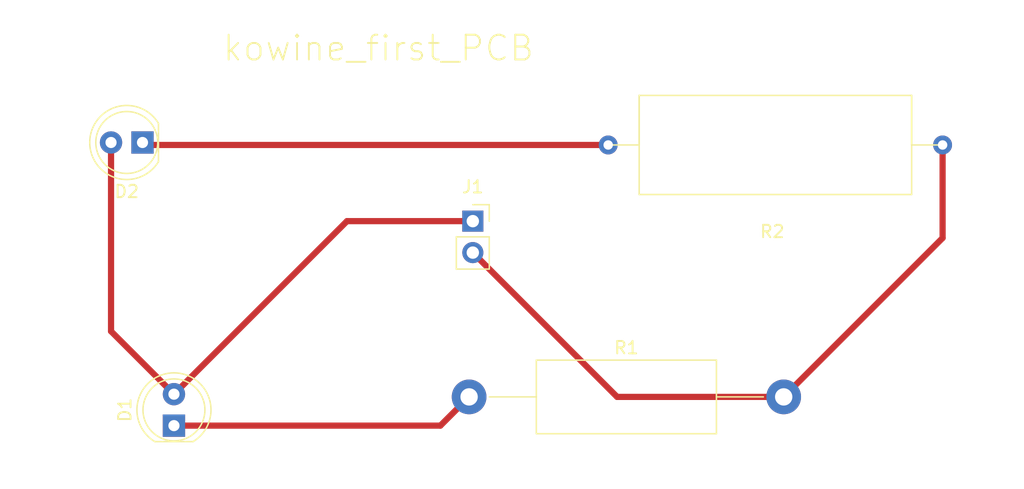
<source format=kicad_pcb>
(kicad_pcb (version 20171130) (host pcbnew 5.1.7+dfsg1-1~bpo10+1)

  (general
    (thickness 1.6)
    (drawings 5)
    (tracks 12)
    (zones 0)
    (modules 5)
    (nets 5)
  )

  (page A4)
  (layers
    (0 F.Cu signal)
    (31 B.Cu signal)
    (32 B.Adhes user)
    (33 F.Adhes user)
    (34 B.Paste user)
    (35 F.Paste user)
    (36 B.SilkS user)
    (37 F.SilkS user)
    (38 B.Mask user)
    (39 F.Mask user)
    (40 Dwgs.User user)
    (41 Cmts.User user)
    (42 Eco1.User user)
    (43 Eco2.User user)
    (44 Edge.Cuts user)
    (45 Margin user)
    (46 B.CrtYd user)
    (47 F.CrtYd user)
    (48 B.Fab user)
    (49 F.Fab user)
  )

  (setup
    (last_trace_width 0.5)
    (trace_clearance 0.3)
    (zone_clearance 0.508)
    (zone_45_only no)
    (trace_min 0.2)
    (via_size 0.8)
    (via_drill 0.4)
    (via_min_size 0.4)
    (via_min_drill 0.3)
    (uvia_size 0.3)
    (uvia_drill 0.1)
    (uvias_allowed no)
    (uvia_min_size 0.2)
    (uvia_min_drill 0.1)
    (edge_width 0.05)
    (segment_width 0.2)
    (pcb_text_width 0.3)
    (pcb_text_size 1.5 1.5)
    (mod_edge_width 0.12)
    (mod_text_size 1 1)
    (mod_text_width 0.15)
    (pad_size 1.524 1.524)
    (pad_drill 0.762)
    (pad_to_mask_clearance 0)
    (aux_axis_origin 0 0)
    (visible_elements FFFFFF7F)
    (pcbplotparams
      (layerselection 0x010fc_ffffffff)
      (usegerberextensions false)
      (usegerberattributes true)
      (usegerberadvancedattributes true)
      (creategerberjobfile true)
      (excludeedgelayer true)
      (linewidth 0.100000)
      (plotframeref false)
      (viasonmask false)
      (mode 1)
      (useauxorigin false)
      (hpglpennumber 1)
      (hpglpenspeed 20)
      (hpglpendiameter 15.000000)
      (psnegative false)
      (psa4output false)
      (plotreference true)
      (plotvalue true)
      (plotinvisibletext false)
      (padsonsilk false)
      (subtractmaskfromsilk false)
      (outputformat 1)
      (mirror false)
      (drillshape 1)
      (scaleselection 1)
      (outputdirectory ""))
  )

  (net 0 "")
  (net 1 +5V)
  (net 2 "Net-(D1-Pad1)")
  (net 3 GND)
  (net 4 /R_to_LED)

  (net_class Default "This is the default net class."
    (clearance 0.3)
    (trace_width 0.5)
    (via_dia 0.8)
    (via_drill 0.4)
    (uvia_dia 0.3)
    (uvia_drill 0.1)
    (add_net +5V)
    (add_net /R_to_LED)
    (add_net GND)
    (add_net "Net-(D1-Pad1)")
  )

  (module Connector_PinSocket_2.54mm:PinSocket_1x02_P2.54mm_Vertical (layer F.Cu) (tedit 5A19A420) (tstamp 5FA1A4E8)
    (at 125.73 48.26)
    (descr "Through hole straight socket strip, 1x02, 2.54mm pitch, single row (from Kicad 4.0.7), script generated")
    (tags "Through hole socket strip THT 1x02 2.54mm single row")
    (path /5FA1562F)
    (fp_text reference J1 (at 0 -2.77) (layer F.SilkS)
      (effects (font (size 1 1) (thickness 0.15)))
    )
    (fp_text value Conn_01x02 (at 0 5.31) (layer F.Fab)
      (effects (font (size 1 1) (thickness 0.15)))
    )
    (fp_text user %R (at 0 1.27 90) (layer F.Fab)
      (effects (font (size 1 1) (thickness 0.15)))
    )
    (fp_line (start -1.27 -1.27) (end 0.635 -1.27) (layer F.Fab) (width 0.1))
    (fp_line (start 0.635 -1.27) (end 1.27 -0.635) (layer F.Fab) (width 0.1))
    (fp_line (start 1.27 -0.635) (end 1.27 3.81) (layer F.Fab) (width 0.1))
    (fp_line (start 1.27 3.81) (end -1.27 3.81) (layer F.Fab) (width 0.1))
    (fp_line (start -1.27 3.81) (end -1.27 -1.27) (layer F.Fab) (width 0.1))
    (fp_line (start -1.33 1.27) (end 1.33 1.27) (layer F.SilkS) (width 0.12))
    (fp_line (start -1.33 1.27) (end -1.33 3.87) (layer F.SilkS) (width 0.12))
    (fp_line (start -1.33 3.87) (end 1.33 3.87) (layer F.SilkS) (width 0.12))
    (fp_line (start 1.33 1.27) (end 1.33 3.87) (layer F.SilkS) (width 0.12))
    (fp_line (start 1.33 -1.33) (end 1.33 0) (layer F.SilkS) (width 0.12))
    (fp_line (start 0 -1.33) (end 1.33 -1.33) (layer F.SilkS) (width 0.12))
    (fp_line (start -1.8 -1.8) (end 1.75 -1.8) (layer F.CrtYd) (width 0.05))
    (fp_line (start 1.75 -1.8) (end 1.75 4.3) (layer F.CrtYd) (width 0.05))
    (fp_line (start 1.75 4.3) (end -1.8 4.3) (layer F.CrtYd) (width 0.05))
    (fp_line (start -1.8 4.3) (end -1.8 -1.8) (layer F.CrtYd) (width 0.05))
    (pad 2 thru_hole oval (at 0 2.54) (size 1.7 1.7) (drill 1) (layers *.Cu *.Mask)
      (net 3 GND))
    (pad 1 thru_hole rect (at 0 0) (size 1.7 1.7) (drill 1) (layers *.Cu *.Mask)
      (net 1 +5V))
    (model ${KISYS3DMOD}/Connector_PinSocket_2.54mm.3dshapes/PinSocket_1x02_P2.54mm_Vertical.wrl
      (at (xyz 0 0 0))
      (scale (xyz 1 1 1))
      (rotate (xyz 0 0 0))
    )
  )

  (module kowine_footprint:Ceramic_R (layer F.Cu) (tedit 5FA136C4) (tstamp 5FA1935B)
    (at 149.86 41.91)
    (path /5FA14006)
    (fp_text reference R2 (at 0.05 7.19) (layer F.SilkS)
      (effects (font (size 1 1) (thickness 0.15)))
    )
    (fp_text value Ceramic_R (at 0.18 -8.55) (layer F.Fab)
      (effects (font (size 1 1) (thickness 0.15)))
    )
    (fp_line (start -10.7 0.2) (end -13.2 0.2) (layer F.SilkS) (width 0.12))
    (fp_line (start -10.7 -3.8) (end -10.7 0.2) (layer F.SilkS) (width 0.12))
    (fp_line (start 11.3 0.2) (end 13.8 0.2) (layer F.SilkS) (width 0.12))
    (fp_line (start 11.3 -3.8) (end 11.3 0.2) (layer F.SilkS) (width 0.12))
    (fp_line (start -10.7 4.2) (end -10.7 -3.8) (layer F.SilkS) (width 0.12))
    (fp_line (start 11.3 4.2) (end -10.7 4.2) (layer F.SilkS) (width 0.12))
    (fp_line (start 11.3 -3.8) (end 11.3 4.2) (layer F.SilkS) (width 0.12))
    (fp_line (start -10.7 -3.8) (end 11.3 -3.8) (layer F.SilkS) (width 0.12))
    (pad 2 thru_hole circle (at -13.2 0.2) (size 1.524 1.524) (drill 0.762) (layers *.Cu *.Mask)
      (net 4 /R_to_LED))
    (pad 1 thru_hole circle (at 13.8 0.2) (size 1.524 1.524) (drill 0.762) (layers *.Cu *.Mask)
      (net 3 GND))
  )

  (module LED_THT:LED_D5.0mm (layer F.Cu) (tedit 5995936A) (tstamp 5FA19321)
    (at 99.06 41.91 180)
    (descr "LED, diameter 5.0mm, 2 pins, http://cdn-reichelt.de/documents/datenblatt/A500/LL-504BC2E-009.pdf")
    (tags "LED diameter 5.0mm 2 pins")
    (path /5FA15E4F)
    (fp_text reference D2 (at 1.27 -3.96) (layer F.SilkS)
      (effects (font (size 1 1) (thickness 0.15)))
    )
    (fp_text value LED (at 1.27 3.96) (layer F.Fab)
      (effects (font (size 1 1) (thickness 0.15)))
    )
    (fp_line (start 4.5 -3.25) (end -1.95 -3.25) (layer F.CrtYd) (width 0.05))
    (fp_line (start 4.5 3.25) (end 4.5 -3.25) (layer F.CrtYd) (width 0.05))
    (fp_line (start -1.95 3.25) (end 4.5 3.25) (layer F.CrtYd) (width 0.05))
    (fp_line (start -1.95 -3.25) (end -1.95 3.25) (layer F.CrtYd) (width 0.05))
    (fp_line (start -1.29 -1.545) (end -1.29 1.545) (layer F.SilkS) (width 0.12))
    (fp_line (start -1.23 -1.469694) (end -1.23 1.469694) (layer F.Fab) (width 0.1))
    (fp_circle (center 1.27 0) (end 3.77 0) (layer F.SilkS) (width 0.12))
    (fp_circle (center 1.27 0) (end 3.77 0) (layer F.Fab) (width 0.1))
    (fp_text user %R (at 1.25 0 90) (layer F.Fab)
      (effects (font (size 0.8 0.8) (thickness 0.2)))
    )
    (fp_arc (start 1.27 0) (end -1.29 1.54483) (angle -148.9) (layer F.SilkS) (width 0.12))
    (fp_arc (start 1.27 0) (end -1.29 -1.54483) (angle 148.9) (layer F.SilkS) (width 0.12))
    (fp_arc (start 1.27 0) (end -1.23 -1.469694) (angle 299.1) (layer F.Fab) (width 0.1))
    (pad 2 thru_hole circle (at 2.54 0 180) (size 1.8 1.8) (drill 0.9) (layers *.Cu *.Mask)
      (net 1 +5V))
    (pad 1 thru_hole rect (at 0 0 180) (size 1.8 1.8) (drill 0.9) (layers *.Cu *.Mask)
      (net 4 /R_to_LED))
    (model ${KISYS3DMOD}/LED_THT.3dshapes/LED_D5.0mm.wrl
      (at (xyz 0 0 0))
      (scale (xyz 1 1 1))
      (rotate (xyz 0 0 0))
    )
  )

  (module Resistor_THT:R_Axial_DIN0614_L14.3mm_D5.7mm_P25.40mm_Horizontal (layer F.Cu) (tedit 5AE5139B) (tstamp 5FA13FA5)
    (at 125.43 62.45)
    (descr "Resistor, Axial_DIN0614 series, Axial, Horizontal, pin pitch=25.4mm, 1.5W, length*diameter=14.3*5.7mm^2")
    (tags "Resistor Axial_DIN0614 series Axial Horizontal pin pitch 25.4mm 1.5W length 14.3mm diameter 5.7mm")
    (path /5FA0F532)
    (fp_text reference R1 (at 12.7 -3.97) (layer F.SilkS)
      (effects (font (size 1 1) (thickness 0.15)))
    )
    (fp_text value 5k (at 12.7 3.97) (layer F.Fab)
      (effects (font (size 1 1) (thickness 0.15)))
    )
    (fp_line (start 5.55 -2.85) (end 5.55 2.85) (layer F.Fab) (width 0.1))
    (fp_line (start 5.55 2.85) (end 19.85 2.85) (layer F.Fab) (width 0.1))
    (fp_line (start 19.85 2.85) (end 19.85 -2.85) (layer F.Fab) (width 0.1))
    (fp_line (start 19.85 -2.85) (end 5.55 -2.85) (layer F.Fab) (width 0.1))
    (fp_line (start 0 0) (end 5.55 0) (layer F.Fab) (width 0.1))
    (fp_line (start 25.4 0) (end 19.85 0) (layer F.Fab) (width 0.1))
    (fp_line (start 5.43 -2.97) (end 5.43 2.97) (layer F.SilkS) (width 0.12))
    (fp_line (start 5.43 2.97) (end 19.97 2.97) (layer F.SilkS) (width 0.12))
    (fp_line (start 19.97 2.97) (end 19.97 -2.97) (layer F.SilkS) (width 0.12))
    (fp_line (start 19.97 -2.97) (end 5.43 -2.97) (layer F.SilkS) (width 0.12))
    (fp_line (start 1.64 0) (end 5.43 0) (layer F.SilkS) (width 0.12))
    (fp_line (start 23.76 0) (end 19.97 0) (layer F.SilkS) (width 0.12))
    (fp_line (start -1.65 -3.1) (end -1.65 3.1) (layer F.CrtYd) (width 0.05))
    (fp_line (start -1.65 3.1) (end 27.05 3.1) (layer F.CrtYd) (width 0.05))
    (fp_line (start 27.05 3.1) (end 27.05 -3.1) (layer F.CrtYd) (width 0.05))
    (fp_line (start 27.05 -3.1) (end -1.65 -3.1) (layer F.CrtYd) (width 0.05))
    (fp_text user %R (at 12.7 0) (layer F.Fab)
      (effects (font (size 1 1) (thickness 0.15)))
    )
    (pad 2 thru_hole oval (at 25.4 0) (size 2.8 2.8) (drill 1.4) (layers *.Cu *.Mask)
      (net 3 GND))
    (pad 1 thru_hole circle (at 0 0) (size 2.8 2.8) (drill 1.4) (layers *.Cu *.Mask)
      (net 2 "Net-(D1-Pad1)"))
    (model ${KISYS3DMOD}/Resistor_THT.3dshapes/R_Axial_DIN0614_L14.3mm_D5.7mm_P25.40mm_Horizontal.wrl
      (at (xyz 0 0 0))
      (scale (xyz 1 1 1))
      (rotate (xyz 0 0 0))
    )
  )

  (module LED_THT:LED_D5.0mm (layer F.Cu) (tedit 5995936A) (tstamp 5FA13F8E)
    (at 101.6 64.77 90)
    (descr "LED, diameter 5.0mm, 2 pins, http://cdn-reichelt.de/documents/datenblatt/A500/LL-504BC2E-009.pdf")
    (tags "LED diameter 5.0mm 2 pins")
    (path /5FA0E74E)
    (fp_text reference D1 (at 1.27 -3.96 90) (layer F.SilkS)
      (effects (font (size 1 1) (thickness 0.15)))
    )
    (fp_text value LED (at 1.27 3.96 90) (layer F.Fab)
      (effects (font (size 1 1) (thickness 0.15)))
    )
    (fp_circle (center 1.27 0) (end 3.77 0) (layer F.Fab) (width 0.1))
    (fp_circle (center 1.27 0) (end 3.77 0) (layer F.SilkS) (width 0.12))
    (fp_line (start -1.23 -1.469694) (end -1.23 1.469694) (layer F.Fab) (width 0.1))
    (fp_line (start -1.29 -1.545) (end -1.29 1.545) (layer F.SilkS) (width 0.12))
    (fp_line (start -1.95 -3.25) (end -1.95 3.25) (layer F.CrtYd) (width 0.05))
    (fp_line (start -1.95 3.25) (end 4.5 3.25) (layer F.CrtYd) (width 0.05))
    (fp_line (start 4.5 3.25) (end 4.5 -3.25) (layer F.CrtYd) (width 0.05))
    (fp_line (start 4.5 -3.25) (end -1.95 -3.25) (layer F.CrtYd) (width 0.05))
    (fp_text user %R (at 1.25 0 90) (layer F.Fab)
      (effects (font (size 0.8 0.8) (thickness 0.2)))
    )
    (fp_arc (start 1.27 0) (end -1.29 1.54483) (angle -148.9) (layer F.SilkS) (width 0.12))
    (fp_arc (start 1.27 0) (end -1.29 -1.54483) (angle 148.9) (layer F.SilkS) (width 0.12))
    (fp_arc (start 1.27 0) (end -1.23 -1.469694) (angle 299.1) (layer F.Fab) (width 0.1))
    (pad 2 thru_hole circle (at 2.54 0 90) (size 1.8 1.8) (drill 0.9) (layers *.Cu *.Mask)
      (net 1 +5V))
    (pad 1 thru_hole rect (at 0 0 90) (size 1.8 1.8) (drill 0.9) (layers *.Cu *.Mask)
      (net 2 "Net-(D1-Pad1)"))
    (model ${KISYS3DMOD}/LED_THT.3dshapes/LED_D5.0mm.wrl
      (at (xyz 0 0 0))
      (scale (xyz 1 1 1))
      (rotate (xyz 0 0 0))
    )
  )

  (gr_text kowine_first_PCB (at 118.11 34.29) (layer F.SilkS)
    (effects (font (size 2 2) (thickness 0.15)))
  )
  (gr_line (start 87.63 69.85) (end 87.63 30.48) (layer Dwgs.User) (width 0.15) (tstamp 5FA1A5A2))
  (gr_line (start 170.18 69.85) (end 87.63 69.85) (layer Dwgs.User) (width 0.15))
  (gr_line (start 170.18 30.48) (end 170.18 69.85) (layer Dwgs.User) (width 0.15))
  (gr_line (start 87.63 30.48) (end 170.18 30.48) (layer Dwgs.User) (width 0.15))

  (segment (start 96.52 57.15) (end 101.6 62.23) (width 0.5) (layer F.Cu) (net 1))
  (segment (start 96.52 41.91) (end 96.52 57.15) (width 0.5) (layer F.Cu) (net 1))
  (segment (start 115.57 48.26) (end 101.6 62.23) (width 0.5) (layer F.Cu) (net 1))
  (segment (start 125.73 48.26) (end 115.57 48.26) (width 0.5) (layer F.Cu) (net 1))
  (segment (start 123.11 64.77) (end 125.43 62.45) (width 0.5) (layer F.Cu) (net 2))
  (segment (start 101.6 64.77) (end 123.11 64.77) (width 0.5) (layer F.Cu) (net 2))
  (segment (start 163.66 49.62) (end 150.83 62.45) (width 0.5) (layer F.Cu) (net 3))
  (segment (start 163.66 42.11) (end 163.66 49.62) (width 0.5) (layer F.Cu) (net 3))
  (segment (start 137.38 62.45) (end 125.73 50.8) (width 0.5) (layer F.Cu) (net 3))
  (segment (start 150.83 62.45) (end 137.38 62.45) (width 0.5) (layer F.Cu) (net 3))
  (segment (start 99.26 42.11) (end 99.06 41.91) (width 0.5) (layer F.Cu) (net 4))
  (segment (start 136.66 42.11) (end 99.26 42.11) (width 0.5) (layer F.Cu) (net 4))

)

</source>
